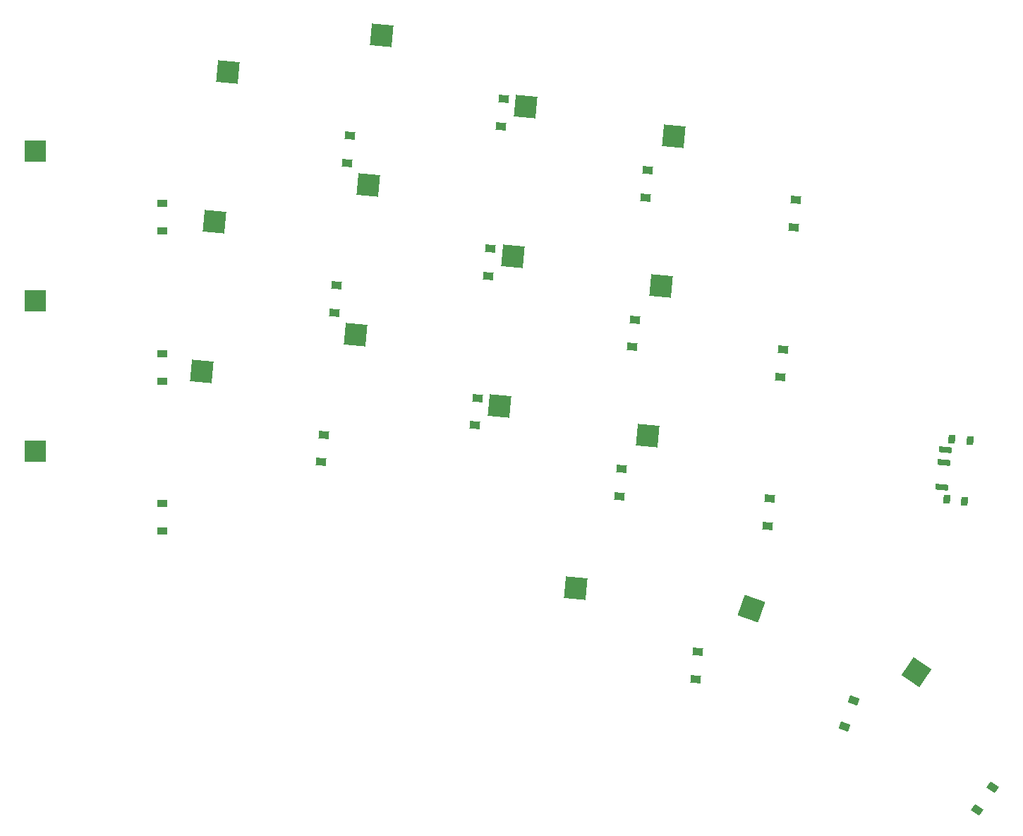
<source format=gbr>
%TF.GenerationSoftware,KiCad,Pcbnew,8.0.6*%
%TF.CreationDate,2024-11-20T19:49:45-07:00*%
%TF.ProjectId,board,626f6172-642e-46b6-9963-61645f706362,v1.0.0*%
%TF.SameCoordinates,Original*%
%TF.FileFunction,Paste,Top*%
%TF.FilePolarity,Positive*%
%FSLAX46Y46*%
G04 Gerber Fmt 4.6, Leading zero omitted, Abs format (unit mm)*
G04 Created by KiCad (PCBNEW 8.0.6) date 2024-11-20 19:49:45*
%MOMM*%
%LPD*%
G01*
G04 APERTURE LIST*
G04 Aperture macros list*
%AMRotRect*
0 Rectangle, with rotation*
0 The origin of the aperture is its center*
0 $1 length*
0 $2 width*
0 $3 Rotation angle, in degrees counterclockwise*
0 Add horizontal line*
21,1,$1,$2,0,0,$3*%
G04 Aperture macros list end*
%ADD10R,1.200000X0.900000*%
%ADD11RotRect,2.600000X2.600000X355.000000*%
%ADD12RotRect,0.900000X1.200000X85.000000*%
%ADD13RotRect,2.600000X2.600000X340.500000*%
%ADD14RotRect,0.900000X1.200000X70.500000*%
%ADD15RotRect,0.700000X1.500000X85.000000*%
%ADD16RotRect,1.000000X0.800000X85.000000*%
%ADD17RotRect,2.600000X2.600000X326.000000*%
%ADD18R,2.600000X2.600000*%
%ADD19RotRect,0.900000X1.200000X56.000000*%
G04 APERTURE END LIST*
D10*
%TO.C,D2*%
X6975552Y12156658D03*
X6975552Y15456658D03*
%TD*%
D11*
%TO.C,S12*%
X50607079Y45067982D03*
%TD*%
D12*
%TO.C,D12*%
X64963483Y34181973D03*
X65251097Y37469415D03*
%TD*%
D11*
%TO.C,S9*%
X33285664Y53610148D03*
%TD*%
D12*
%TO.C,D10*%
X61825876Y-1681037D03*
X62113490Y1606405D03*
%TD*%
D11*
%TO.C,S5*%
X13262422Y31270279D03*
%TD*%
D12*
%TO.C,D5*%
X27618826Y20384269D03*
X27906440Y23671711D03*
%TD*%
D13*
%TO.C,S17*%
X77697526Y-15117873D03*
%TD*%
D12*
%TO.C,D4*%
X26050023Y2452765D03*
X26337637Y5740207D03*
%TD*%
D11*
%TO.C,S8*%
X31716861Y35678644D03*
%TD*%
%TO.C,S15*%
X68364272Y41506789D03*
%TD*%
D14*
%TO.C,D17*%
X88871007Y-29251693D03*
X89972569Y-26140977D03*
%TD*%
D11*
%TO.C,S14*%
X66795468Y23575285D03*
%TD*%
%TO.C,S4*%
X11693619Y13338774D03*
%TD*%
D12*
%TO.C,D6*%
X29187629Y38315774D03*
X29475243Y41603216D03*
%TD*%
D11*
%TO.C,S7*%
X30148058Y17747139D03*
%TD*%
D12*
%TO.C,D14*%
X81151872Y12689275D03*
X81439486Y15976717D03*
%TD*%
D11*
%TO.C,S6*%
X14831225Y49201784D03*
%TD*%
D12*
%TO.C,D15*%
X82720676Y30620780D03*
X83008290Y33908222D03*
%TD*%
D15*
%TO.C,S20*%
X100560559Y-588916D03*
X100822026Y2399669D03*
X100952760Y3893961D03*
D16*
X101086067Y-2040239D03*
X101722304Y5231982D03*
X103277696Y-2231982D03*
X103913933Y5040239D03*
%TD*%
D12*
%TO.C,D16*%
X70953747Y-23559839D03*
X71241361Y-20272397D03*
%TD*%
%TO.C,D8*%
X46073265Y24792634D03*
X46360879Y28080076D03*
%TD*%
D17*
%TO.C,S18*%
X97513680Y-22767131D03*
%TD*%
D11*
%TO.C,S13*%
X65226665Y5643780D03*
%TD*%
D18*
%TO.C,S3*%
X-8275000Y39750000D03*
%TD*%
D12*
%TO.C,D13*%
X79583069Y-5242229D03*
X79870683Y-1954787D03*
%TD*%
D11*
%TO.C,S11*%
X49038275Y27136477D03*
%TD*%
D10*
%TO.C,D3*%
X6975552Y30156658D03*
X6975552Y33456658D03*
%TD*%
D19*
%TO.C,D18*%
X104792432Y-39248372D03*
X106637768Y-36512548D03*
%TD*%
D12*
%TO.C,D11*%
X63394679Y16250468D03*
X63682293Y19537910D03*
%TD*%
D11*
%TO.C,S10*%
X47469472Y9204973D03*
%TD*%
D18*
%TO.C,S1*%
X-8275000Y3750000D03*
%TD*%
D12*
%TO.C,D9*%
X47642068Y42724139D03*
X47929682Y46011581D03*
%TD*%
D18*
%TO.C,S2*%
X-8275000Y21750000D03*
%TD*%
D10*
%TO.C,D1*%
X6975552Y-5843342D03*
X6975552Y-2543342D03*
%TD*%
D12*
%TO.C,D7*%
X44504462Y6861130D03*
X44792076Y10148572D03*
%TD*%
D11*
%TO.C,S16*%
X56597343Y-12673829D03*
%TD*%
M02*

</source>
